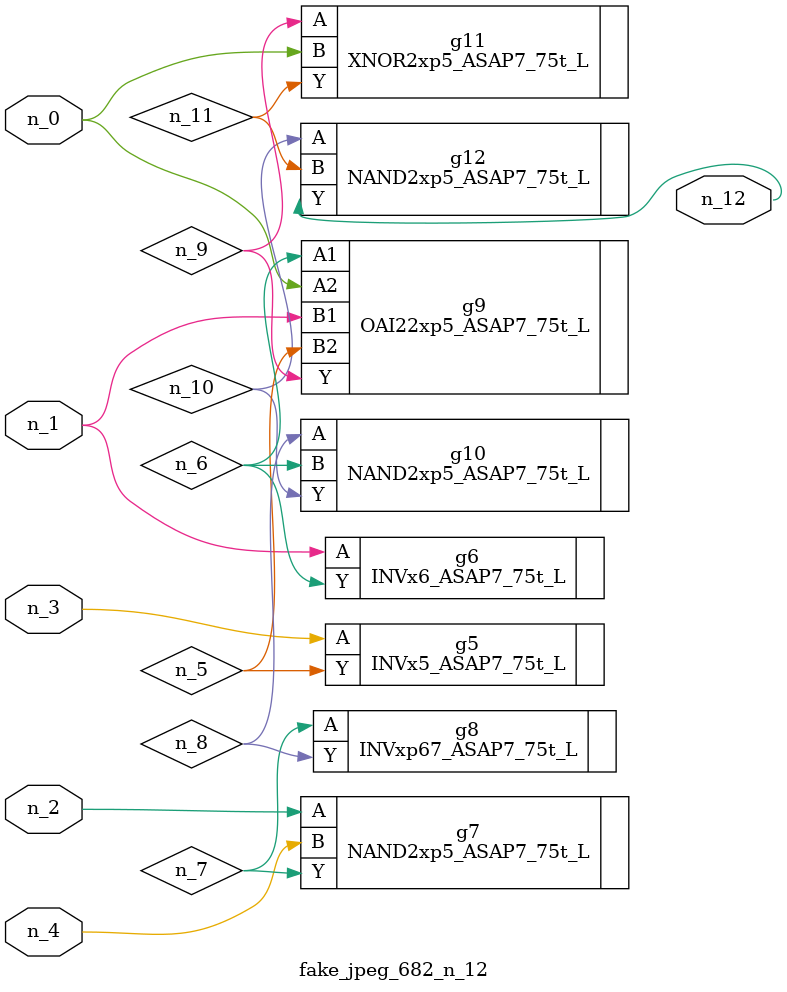
<source format=v>
module fake_jpeg_682_n_12 (n_3, n_2, n_1, n_0, n_4, n_12);

input n_3;
input n_2;
input n_1;
input n_0;
input n_4;

output n_12;

wire n_11;
wire n_10;
wire n_8;
wire n_9;
wire n_6;
wire n_5;
wire n_7;

INVx5_ASAP7_75t_L g5 ( 
.A(n_3),
.Y(n_5)
);

INVx6_ASAP7_75t_L g6 ( 
.A(n_1),
.Y(n_6)
);

NAND2xp5_ASAP7_75t_L g7 ( 
.A(n_2),
.B(n_4),
.Y(n_7)
);

INVxp67_ASAP7_75t_L g8 ( 
.A(n_7),
.Y(n_8)
);

NAND2xp5_ASAP7_75t_L g10 ( 
.A(n_8),
.B(n_6),
.Y(n_10)
);

OAI22xp5_ASAP7_75t_L g9 ( 
.A1(n_6),
.A2(n_0),
.B1(n_1),
.B2(n_5),
.Y(n_9)
);

XNOR2xp5_ASAP7_75t_L g11 ( 
.A(n_9),
.B(n_0),
.Y(n_11)
);

NAND2xp5_ASAP7_75t_L g12 ( 
.A(n_10),
.B(n_11),
.Y(n_12)
);


endmodule
</source>
